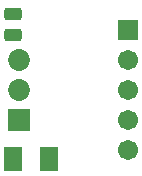
<source format=gbr>
%TF.GenerationSoftware,Altium Limited,Altium Designer,18.1.7 (191)*%
G04 Layer_Color=8388736*
%FSLAX25Y25*%
%MOIN*%
%TF.FileFunction,Soldermask,Top*%
%TF.Part,Single*%
G01*
G75*
%TA.AperFunction,ComponentPad*%
%ADD21R,0.06706X0.06706*%
%ADD22C,0.06706*%
%ADD23C,0.07296*%
%ADD24R,0.07296X0.07296*%
%TA.AperFunction,SMDPad,CuDef*%
G04:AMPARAMS|DCode=29|XSize=43mil|YSize=58mil|CornerRadius=8.38mil|HoleSize=0mil|Usage=FLASHONLY|Rotation=270.000|XOffset=0mil|YOffset=0mil|HoleType=Round|Shape=RoundedRectangle|*
%AMROUNDEDRECTD29*
21,1,0.04300,0.04125,0,0,270.0*
21,1,0.02625,0.05800,0,0,270.0*
1,1,0.01675,-0.02063,-0.01313*
1,1,0.01675,-0.02063,0.01313*
1,1,0.01675,0.02063,0.01313*
1,1,0.01675,0.02063,-0.01313*
%
%ADD29ROUNDEDRECTD29*%
%TA.AperFunction,ConnectorPad*%
%ADD30R,0.06115X0.08280*%
D21*
X43500Y50000D02*
D03*
D22*
Y40000D02*
D03*
Y30000D02*
D03*
Y20000D02*
D03*
Y10000D02*
D03*
D23*
X7000Y40000D02*
D03*
Y30000D02*
D03*
D24*
Y20000D02*
D03*
D29*
X5000Y55500D02*
D03*
Y48500D02*
D03*
D30*
X4898Y6898D02*
D03*
X17102D02*
D03*
%TF.MD5,cb711b7948f3a416a05971e08403a49e*%
M02*

</source>
